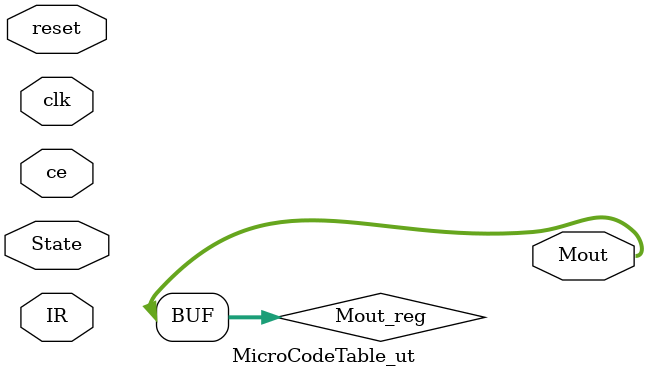
<source format=v>
module MicroCodeTable_ut (
	 clk,
	 ce,
	 reset,
	 IR,
	 State,
	 Mout
);

// Inputs and Registers
input   clk;
reg  clk_reg;
input   ce;
reg  ce_reg;
input   reset;
reg  reset_reg;
input [7:0]  IR;
reg[7:0]  IR_reg;
input [2:0]  State;
reg[2:0]  State_reg;

// Outputs, Registers & Wires
output [37:0]  Mout;
reg[37:0]  Mout_reg;
wire[37:0]  Mout_wire;

// Assigning outputs.
assign  Mout =  Mout_reg;
MicroCodeTable inst1(
	 . clk( clk_reg),
	 . ce( ce_reg),
	 . reset( reset_reg),
	 . IR( IR_reg),
	 . State( State_reg),
	 . Mout( Mout_wire)
);

endmodule

</source>
